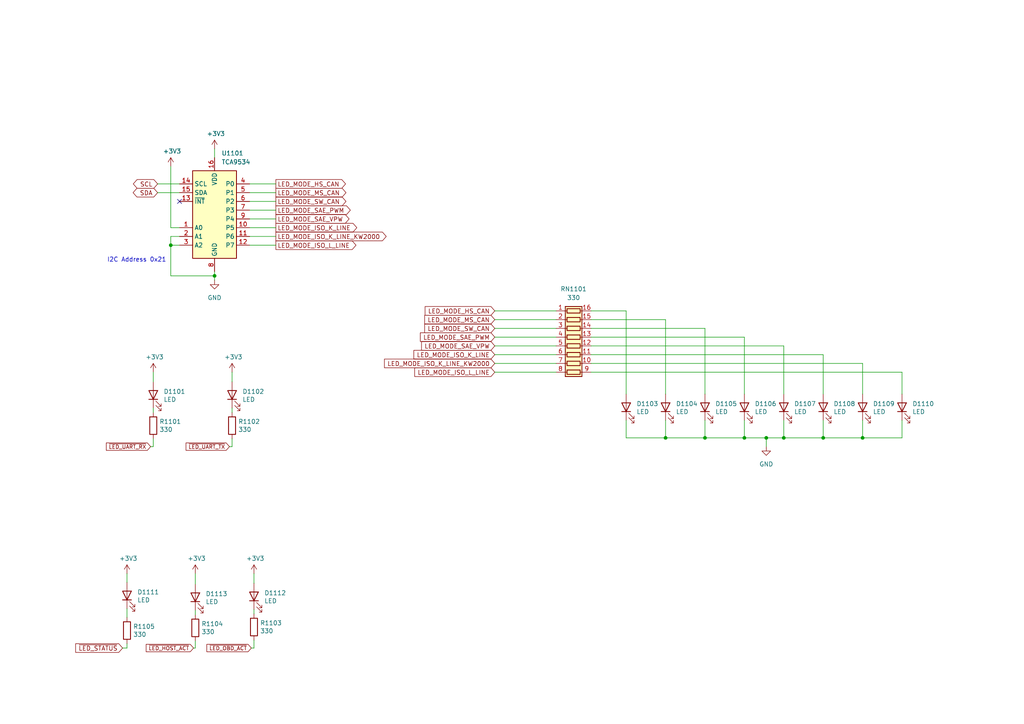
<source format=kicad_sch>
(kicad_sch (version 20211123) (generator eeschema)
  (paper "A4")
  (lib_symbols
    (symbol "Device:LED" (pin_numbers hide) (pin_names (offset 1.016) hide)
      (property "Reference" "D" (at 0 2.54 0))
      (property "Value" "LED" (at 0 -2.54 0))
      (symbol "LED_0_1"
        (polyline (pts (xy -1.27 -1.27) (xy -1.27 1.27)) (stroke (width 0.254)))
        (polyline (pts (xy -1.27 0) (xy 1.27 0)))
        (polyline (pts (xy 1.27 -1.27) (xy 1.27 1.27) (xy -1.27 0) (xy 1.27 -1.27)) (stroke (width 0.254)))
        (polyline (pts (xy -3.048 -0.762) (xy -4.572 -2.286) (xy -3.81 -2.286) (xy -4.572 -2.286) (xy -4.572 -1.524)))
        (polyline (pts (xy -1.778 -0.762) (xy -3.302 -2.286) (xy -2.54 -2.286) (xy -3.302 -2.286) (xy -3.302 -1.524)))
      )
      (symbol "LED_1_1"
        (pin passive line (at -3.81 0 0) (length 2.54) (name "K") (number "1"))
        (pin passive line (at 3.81 0 180) (length 2.54) (name "A") (number "2"))
      )
    )
    (symbol "Device:R" (pin_numbers hide) (pin_names (offset 0))
      (property "Reference" "R" (at 2.032 0 90))
      (property "Value" "R" (at 0 0 90))
      (symbol "R_0_1"
        (rectangle (start -1.016 -2.54) (end 1.016 2.54) (stroke (width 0.254)))
      )
      (symbol "R_1_1"
        (pin passive line (at 0 3.81 270) (length 1.27) (name "~") (number "1"))
        (pin passive line (at 0 -3.81 90) (length 1.27) (name "~") (number "2"))
      )
    )
    (symbol "Device:R_Pack08" (pin_names (offset 0) hide)
      (property "Reference" "RN" (at -12.7 0 90))
      (property "Value" "R_Pack08" (at 10.16 0 90))
      (symbol "R_Pack08_0_1"
        (rectangle (start -11.43 -2.413) (end 8.89 2.413) (stroke (width 0.254)) (fill (type background)))
        (rectangle (start -10.795 1.905) (end -9.525 -1.905) (stroke (width 0.254)))
        (rectangle (start -8.255 1.905) (end -6.985 -1.905) (stroke (width 0.254)))
        (rectangle (start -5.715 1.905) (end -4.445 -1.905) (stroke (width 0.254)))
        (rectangle (start -3.175 1.905) (end -1.905 -1.905) (stroke (width 0.254)))
        (rectangle (start -0.635 1.905) (end 0.635 -1.905) (stroke (width 0.254)))
        (polyline (pts (xy -10.16 -2.54) (xy -10.16 -1.905)))
        (polyline (pts (xy -10.16 1.905) (xy -10.16 2.54)))
        (polyline (pts (xy -7.62 -2.54) (xy -7.62 -1.905)))
        (polyline (pts (xy -7.62 1.905) (xy -7.62 2.54)))
        (polyline (pts (xy -5.08 -2.54) (xy -5.08 -1.905)))
        (polyline (pts (xy -5.08 1.905) (xy -5.08 2.54)))
        (polyline (pts (xy -2.54 -2.54) (xy -2.54 -1.905)))
        (polyline (pts (xy -2.54 1.905) (xy -2.54 2.54)))
        (polyline (pts (xy 0 -2.54) (xy 0 -1.905)))
        (polyline (pts (xy 0 1.905) (xy 0 2.54)))
        (polyline (pts (xy 2.54 -2.54) (xy 2.54 -1.905)))
        (polyline (pts (xy 2.54 1.905) (xy 2.54 2.54)))
        (polyline (pts (xy 5.08 -2.54) (xy 5.08 -1.905)))
        (polyline (pts (xy 5.08 1.905) (xy 5.08 2.54)))
        (polyline (pts (xy 7.62 -2.54) (xy 7.62 -1.905)))
        (polyline (pts (xy 7.62 1.905) (xy 7.62 2.54)))
        (rectangle (start 1.905 1.905) (end 3.175 -1.905) (stroke (width 0.254)))
        (rectangle (start 4.445 1.905) (end 5.715 -1.905) (stroke (width 0.254)))
        (rectangle (start 6.985 1.905) (end 8.255 -1.905) (stroke (width 0.254)))
      )
      (symbol "R_Pack08_1_1"
        (pin passive line (at -10.16 -5.08 90) (length 2.54) (name "R1.1") (number "1"))
        (pin passive line (at 5.08 5.08 270) (length 2.54) (name "R7.2") (number "10"))
        (pin passive line (at 2.54 5.08 270) (length 2.54) (name "R6.2") (number "11"))
        (pin passive line (at 0 5.08 270) (length 2.54) (name "R5.2") (number "12"))
        (pin passive line (at -2.54 5.08 270) (length 2.54) (name "R4.2") (number "13"))
        (pin passive line (at -5.08 5.08 270) (length 2.54) (name "R3.2") (number "14"))
        (pin passive line (at -7.62 5.08 270) (length 2.54) (name "R2.2") (number "15"))
        (pin passive line (at -10.16 5.08 270) (length 2.54) (name "R1.2") (number "16"))
        (pin passive line (at -7.62 -5.08 90) (length 2.54) (name "R2.1") (number "2"))
        (pin passive line (at -5.08 -5.08 90) (length 2.54) (name "R3.1") (number "3"))
        (pin passive line (at -2.54 -5.08 90) (length 2.54) (name "R4.1") (number "4"))
        (pin passive line (at 0 -5.08 90) (length 2.54) (name "R5.1") (number "5"))
        (pin passive line (at 2.54 -5.08 90) (length 2.54) (name "R6.1") (number "6"))
        (pin passive line (at 5.08 -5.08 90) (length 2.54) (name "R7.1") (number "7"))
        (pin passive line (at 7.62 -5.08 90) (length 2.54) (name "R8.1") (number "8"))
        (pin passive line (at 7.62 5.08 270) (length 2.54) (name "R8.2") (number "9"))
      )
    )
    (symbol "Interface_Expansion:TCA9534"
      (property "Reference" "U" (at -6.35 12.7 0))
      (property "Value" "TCA9534" (at 2.54 12.7 0))
      (symbol "TCA9534_0_1"
        (rectangle (start -6.35 -13.97) (end 6.35 11.43) (stroke (width 0.254)) (fill (type background)))
      )
      (symbol "TCA9534_1_1"
        (pin input line (at -10.16 -5.08 0) (length 3.81) (name "A0") (number "1"))
        (pin bidirectional line (at 10.16 -5.08 180) (length 3.81) (name "P5") (number "10"))
        (pin bidirectional line (at 10.16 -7.62 180) (length 3.81) (name "P6") (number "11"))
        (pin bidirectional line (at 10.16 -10.16 180) (length 3.81) (name "P7") (number "12"))
        (pin open_collector line (at -10.16 2.54 0) (length 3.81) (name "~{INT}") (number "13"))
        (pin input line (at -10.16 7.62 0) (length 3.81) (name "SCL") (number "14"))
        (pin bidirectional line (at -10.16 5.08 0) (length 3.81) (name "SDA") (number "15"))
        (pin power_in line (at 0 15.24 270) (length 3.81) (name "VDD") (number "16"))
        (pin input line (at -10.16 -7.62 0) (length 3.81) (name "A1") (number "2"))
        (pin input line (at -10.16 -10.16 0) (length 3.81) (name "A2") (number "3"))
        (pin bidirectional line (at 10.16 7.62 180) (length 3.81) (name "P0") (number "4"))
        (pin bidirectional line (at 10.16 5.08 180) (length 3.81) (name "P1") (number "5"))
        (pin bidirectional line (at 10.16 2.54 180) (length 3.81) (name "P2") (number "6"))
        (pin bidirectional line (at 10.16 0 180) (length 3.81) (name "P3") (number "7"))
        (pin power_in line (at 0 -17.78 90) (length 3.81) (name "GND") (number "8"))
        (pin bidirectional line (at 10.16 -2.54 180) (length 3.81) (name "P4") (number "9"))
      )
    )
    (symbol "power:+3V3" (power) (pin_names (offset 0))
      (property "Value" "+3V3" (at 0 3.556 0))
      (symbol "+3V3_0_1"
        (polyline (pts (xy -0.762 1.27) (xy 0 2.54)))
        (polyline (pts (xy 0 0) (xy 0 2.54)))
        (polyline (pts (xy 0 2.54) (xy 0.762 1.27)))
      )
      (symbol "+3V3_1_1"
        (pin power_in line (at 0 0 90) (length 0) hide (name "+3V3") (number "1"))
      )
    )
    (symbol "power:GND" (power) (pin_names (offset 0))
      (property "Value" "GND" (at 0 -3.81 0))
      (symbol "GND_0_1"
        (polyline (pts (xy 0 0) (xy 0 -1.27) (xy 1.27 -1.27) (xy 0 -2.54) (xy -1.27 -1.27) (xy 0 -1.27)))
      )
      (symbol "GND_1_1"
        (pin power_in line (at 0 0 270) (length 0) hide (name "GND") (number "1"))
      )
    )
  )
  (junction (at 250.19 127))
  (junction (at 215.9 127))
  (junction (at 62.23 80.01))
  (junction (at 222.25 127))
  (junction (at 238.76 127))
  (junction (at 193.04 127))
  (junction (at 49.53 71.12))
  (junction (at 227.33 127))
  (junction (at 204.47 127))
  (no_connect (at 52.07 58.42))
  (wire (pts (xy 227.33 127) (xy 238.76 127)))
  (wire (pts (xy 204.47 127) (xy 193.04 127)))
  (wire (pts (xy 44.45 119.634) (xy 44.45 118.364)))
  (wire (pts (xy 143.51 97.79) (xy 161.29 97.79)))
  (wire (pts (xy 72.39 71.12) (xy 80.01 71.12)))
  (wire (pts (xy 250.19 121.92) (xy 250.19 127)))
  (wire (pts (xy 250.19 105.41) (xy 250.19 114.3)))
  (wire (pts (xy 49.53 71.12) (xy 52.07 71.12)))
  (wire (pts (xy 215.9 97.79) (xy 215.9 114.3)))
  (wire (pts (xy 36.83 186.69) (xy 36.83 187.96)))
  (wire (pts (xy 56.642 166.37) (xy 56.642 169.418)))
  (wire (pts (xy 222.25 127) (xy 215.9 127)))
  (wire (pts (xy 171.45 102.87) (xy 238.76 102.87)))
  (wire (pts (xy 49.53 71.12) (xy 49.53 80.01)))
  (wire (pts (xy 143.51 95.25) (xy 161.29 95.25)))
  (wire (pts (xy 73.66 178.054) (xy 73.66 176.784)))
  (wire (pts (xy 73.66 166.37) (xy 73.66 169.164)))
  (wire (pts (xy 45.72 53.34) (xy 52.07 53.34)))
  (wire (pts (xy 49.53 66.04) (xy 49.53 48.26)))
  (wire (pts (xy 36.83 166.37) (xy 36.83 168.91)))
  (wire (pts (xy 52.07 66.04) (xy 49.53 66.04)))
  (wire (pts (xy 193.04 92.71) (xy 193.04 114.3)))
  (wire (pts (xy 204.47 95.25) (xy 204.47 114.3)))
  (wire (pts (xy 62.23 43.18) (xy 62.23 45.72)))
  (wire (pts (xy 181.61 121.92) (xy 181.61 127)))
  (wire (pts (xy 56.134 187.96) (xy 56.642 187.96)))
  (wire (pts (xy 49.53 68.58) (xy 49.53 71.12)))
  (wire (pts (xy 43.688 129.54) (xy 44.45 129.54)))
  (wire (pts (xy 238.76 121.92) (xy 238.76 127)))
  (wire (pts (xy 56.642 178.308) (xy 56.642 177.038)))
  (wire (pts (xy 171.45 105.41) (xy 250.19 105.41)))
  (wire (pts (xy 45.72 55.88) (xy 52.07 55.88)))
  (wire (pts (xy 171.45 107.95) (xy 261.62 107.95)))
  (wire (pts (xy 250.19 127) (xy 261.62 127)))
  (wire (pts (xy 193.04 121.92) (xy 193.04 127)))
  (wire (pts (xy 44.45 107.95) (xy 44.45 110.744)))
  (wire (pts (xy 72.39 66.04) (xy 80.01 66.04)))
  (wire (pts (xy 215.9 121.92) (xy 215.9 127)))
  (wire (pts (xy 261.62 121.92) (xy 261.62 127)))
  (wire (pts (xy 181.61 90.17) (xy 181.61 114.3)))
  (wire (pts (xy 67.31 119.634) (xy 67.31 118.364)))
  (wire (pts (xy 261.62 107.95) (xy 261.62 114.3)))
  (wire (pts (xy 171.45 100.33) (xy 227.33 100.33)))
  (wire (pts (xy 44.45 129.54) (xy 44.45 127.254)))
  (wire (pts (xy 72.39 55.88) (xy 80.01 55.88)))
  (wire (pts (xy 204.47 121.92) (xy 204.47 127)))
  (wire (pts (xy 193.04 127) (xy 181.61 127)))
  (wire (pts (xy 171.45 95.25) (xy 204.47 95.25)))
  (wire (pts (xy 49.53 68.58) (xy 52.07 68.58)))
  (wire (pts (xy 72.39 53.34) (xy 80.01 53.34)))
  (wire (pts (xy 171.45 90.17) (xy 181.61 90.17)))
  (wire (pts (xy 49.53 80.01) (xy 62.23 80.01)))
  (wire (pts (xy 238.76 127) (xy 250.19 127)))
  (wire (pts (xy 143.51 107.95) (xy 161.29 107.95)))
  (wire (pts (xy 227.33 121.92) (xy 227.33 127)))
  (wire (pts (xy 171.45 97.79) (xy 215.9 97.79)))
  (wire (pts (xy 67.31 107.95) (xy 67.31 110.744)))
  (wire (pts (xy 227.33 100.33) (xy 227.33 114.3)))
  (wire (pts (xy 222.25 129.54) (xy 222.25 127)))
  (wire (pts (xy 72.898 187.96) (xy 73.66 187.96)))
  (wire (pts (xy 62.23 78.74) (xy 62.23 80.01)))
  (wire (pts (xy 72.39 60.96) (xy 80.01 60.96)))
  (wire (pts (xy 222.25 127) (xy 227.33 127)))
  (wire (pts (xy 72.39 68.58) (xy 80.01 68.58)))
  (wire (pts (xy 56.642 187.96) (xy 56.642 185.928)))
  (wire (pts (xy 143.51 105.41) (xy 161.29 105.41)))
  (wire (pts (xy 62.23 80.01) (xy 62.23 81.28)))
  (wire (pts (xy 143.51 90.17) (xy 161.29 90.17)))
  (wire (pts (xy 171.45 92.71) (xy 193.04 92.71)))
  (wire (pts (xy 66.548 129.54) (xy 67.31 129.54)))
  (wire (pts (xy 143.51 102.87) (xy 161.29 102.87)))
  (wire (pts (xy 67.31 129.54) (xy 67.31 127.254)))
  (wire (pts (xy 72.39 63.5) (xy 80.01 63.5)))
  (wire (pts (xy 36.83 187.96) (xy 35.56 187.96)))
  (wire (pts (xy 143.51 100.33) (xy 161.29 100.33)))
  (wire (pts (xy 215.9 127) (xy 204.47 127)))
  (wire (pts (xy 72.39 58.42) (xy 80.01 58.42)))
  (wire (pts (xy 36.83 176.53) (xy 36.83 179.07)))
  (wire (pts (xy 73.66 187.96) (xy 73.66 185.674)))
  (wire (pts (xy 143.51 92.71) (xy 161.29 92.71)))
  (wire (pts (xy 238.76 102.87) (xy 238.76 114.3)))
  (text "I2C Address 0x21" (at 48.26 76.2 180) (effects (font (size 1.27 1.27)) (justify right bottom)))
  (global_label "LED_MODE_HS_CAN" (shape input) (at 143.51 90.17 180) (property "Intersheet References" "${INTERSHEET_REFS}" (effects hide)))
  (global_label "LED_MODE_SAE_VPW" (shape input) (at 143.51 100.33 180) (property "Intersheet References" "${INTERSHEET_REFS}" (effects hide)))
  (global_label "SCL" (shape bidirectional) (at 45.72 53.34 180) (property "Intersheet References" "${INTERSHEET_REFS}" (effects hide)))
  (global_label "LED_MODE_ISO_K_LINE" (shape output) (at 80.01 66.04 0) (property "Intersheet References" "${INTERSHEET_REFS}" (effects hide)))
  (global_label "LED_MODE_SW_CAN" (shape input) (at 143.51 95.25 180) (property "Intersheet References" "${INTERSHEET_REFS}" (effects hide)))
  (global_label "LED_MODE_ISO_L_LINE" (shape output) (at 80.01 71.12 0) (property "Intersheet References" "${INTERSHEET_REFS}" (effects hide)))
  (global_label "LED_MODE_ISO_K_LINE_KW2000" (shape input) (at 143.51 105.41 180) (property "Intersheet References" "${INTERSHEET_REFS}" (effects hide)))
  (global_label "LED_MODE_ISO_L_LINE" (shape input) (at 143.51 107.95 180) (property "Intersheet References" "${INTERSHEET_REFS}" (effects hide)))
  (global_label "LED_MODE_SAE_VPW" (shape output) (at 80.01 63.5 0) (property "Intersheet References" "${INTERSHEET_REFS}" (effects hide)))
  (global_label "~{LED_UART_RX}" (shape input) (at 43.688 129.54 180) (effects (font (size 1.0922 1.0922))) (property "Intersheet References" "${INTERSHEET_REFS}" (effects hide)))
  (global_label "LED_MODE_SAE_PWM" (shape input) (at 143.51 97.79 180) (property "Intersheet References" "${INTERSHEET_REFS}" (effects hide)))
  (global_label "~{LED_OBD_ACT}" (shape input) (at 72.898 187.96 180) (effects (font (size 1.0922 1.0922))) (property "Intersheet References" "${INTERSHEET_REFS}" (effects hide)))
  (global_label "LED_MODE_MS_CAN" (shape output) (at 80.01 55.88 0) (property "Intersheet References" "${INTERSHEET_REFS}" (effects hide)))
  (global_label "~{LED_UART_TX}" (shape input) (at 66.548 129.54 180) (effects (font (size 1.0922 1.0922))) (property "Intersheet References" "${INTERSHEET_REFS}" (effects hide)))
  (global_label "SDA" (shape bidirectional) (at 45.72 55.88 180) (property "Intersheet References" "${INTERSHEET_REFS}" (effects hide)))
  (global_label "~{LED_HOST_ACT}" (shape input) (at 56.134 187.96 180) (effects (font (size 1.0922 1.0922))) (property "Intersheet References" "${INTERSHEET_REFS}" (effects hide)))
  (global_label "LED_MODE_SW_CAN" (shape output) (at 80.01 58.42 0) (property "Intersheet References" "${INTERSHEET_REFS}" (effects hide)))
  (global_label "LED_MODE_ISO_K_LINE" (shape input) (at 143.51 102.87 180) (property "Intersheet References" "${INTERSHEET_REFS}" (effects hide)))
  (global_label "~{LED_STATUS}" (shape input) (at 35.56 187.96 180) (property "Intersheet References" "${INTERSHEET_REFS}" (effects hide)))
  (global_label "LED_MODE_SAE_PWM" (shape output) (at 80.01 60.96 0) (property "Intersheet References" "${INTERSHEET_REFS}" (effects hide)))
  (global_label "LED_MODE_ISO_K_LINE_KW2000" (shape output) (at 80.01 68.58 0) (property "Intersheet References" "${INTERSHEET_REFS}" (effects hide)))
  (global_label "LED_MODE_HS_CAN" (shape output) (at 80.01 53.34 0) (property "Intersheet References" "${INTERSHEET_REFS}" (effects hide)))
  (global_label "LED_MODE_MS_CAN" (shape input) (at 143.51 92.71 180) (property "Intersheet References" "${INTERSHEET_REFS}" (effects hide)))
  (symbol (lib_id "Device:LED") (at 261.62 118.11 90) (unit 1)
    (property "Reference" "D1110" (at 264.6172 117.1194 90) (effects (justify right)))
    (property "Value" "LED" (at 264.6172 119.4308 90) (effects (justify right)))
    (property "Footprint" "LED_SMD:LED_0805_2012Metric_Pad1.15x1.40mm_HandSolder" (effects hide))
  )
  (symbol (lib_id "Device:R") (at 56.642 182.118 0) (unit 1)
    (property "Reference" "R1104" (at 58.42 180.9496 0) (effects (justify left)))
    (property "Value" "330" (at 58.42 183.261 0) (effects (justify left)))
    (property "Footprint" "Resistor_SMD:R_0805_2012Metric_Pad1.20x1.40mm_HandSolder" (effects hide))
  )
  (symbol (lib_id "power:+3V3") (at 44.45 107.95 0) (unit 1)
    (property "Reference" "#PWR01104" (effects hide))
    (property "Value" "+3V3" (at 44.831 103.5558 0))
  )
  (symbol (lib_id "Device:LED") (at 238.76 118.11 90) (unit 1)
    (property "Reference" "D1108" (at 241.7572 117.1194 90) (effects (justify right)))
    (property "Value" "LED" (at 241.7572 119.4308 90) (effects (justify right)))
    (property "Footprint" "LED_SMD:LED_0805_2012Metric_Pad1.15x1.40mm_HandSolder" (effects hide))
  )
  (symbol (lib_id "Device:R") (at 36.83 182.88 0) (unit 1)
    (property "Reference" "R1105" (at 38.608 181.7116 0) (effects (justify left)))
    (property "Value" "330" (at 38.608 184.023 0) (effects (justify left)))
    (property "Footprint" "Resistor_SMD:R_0805_2012Metric_Pad1.20x1.40mm_HandSolder" (effects hide))
  )
  (symbol (lib_id "Device:LED") (at 44.45 114.554 90) (unit 1)
    (property "Reference" "D1101" (at 47.4472 113.5634 90) (effects (justify right)))
    (property "Value" "LED" (at 47.4472 115.8748 90) (effects (justify right)))
    (property "Footprint" "LED_SMD:LED_0805_2012Metric_Pad1.15x1.40mm_HandSolder" (effects hide))
  )
  (symbol (lib_id "power:+3V3") (at 56.642 166.37 0) (unit 1)
    (property "Reference" "#PWR01108" (effects hide))
    (property "Value" "+3V3" (at 57.023 161.9758 0))
  )
  (symbol (lib_id "Device:LED") (at 36.83 172.72 90) (unit 1)
    (property "Reference" "D1111" (at 39.8272 171.7294 90) (effects (justify right)))
    (property "Value" "LED" (at 39.8272 174.0408 90) (effects (justify right)))
    (property "Footprint" "LED_SMD:LED_0805_2012Metric_Pad1.15x1.40mm_HandSolder" (effects hide))
  )
  (symbol (lib_id "power:+3V3") (at 62.23 43.18 0) (unit 1)
    (property "Reference" "#PWR01101" (effects hide))
    (property "Value" "+3V3" (at 62.611 38.7858 0))
  )
  (symbol (lib_id "Device:LED") (at 204.47 118.11 90) (unit 1)
    (property "Reference" "D1105" (at 207.4672 117.1194 90) (effects (justify right)))
    (property "Value" "LED" (at 207.4672 119.4308 90) (effects (justify right)))
    (property "Footprint" "LED_SMD:LED_0805_2012Metric_Pad1.15x1.40mm_HandSolder" (effects hide))
  )
  (symbol (lib_id "Device:R") (at 44.45 123.444 0) (unit 1)
    (property "Reference" "R1101" (at 46.228 122.2756 0) (effects (justify left)))
    (property "Value" "330" (at 46.228 124.587 0) (effects (justify left)))
    (property "Footprint" "Resistor_SMD:R_0805_2012Metric_Pad1.20x1.40mm_HandSolder" (effects hide))
  )
  (symbol (lib_id "Device:R_Pack08") (at 166.37 100.33 270) (unit 1)
    (property "Reference" "RN1101" (at 166.37 83.82 90))
    (property "Value" "330" (at 166.37 86.36 90))
    (property "Footprint" "Resistor_SMD:R_Array_Convex_8x0602" (effects hide))
  )
  (symbol (lib_id "Device:LED") (at 181.61 118.11 90) (unit 1)
    (property "Reference" "D1103" (at 184.6072 117.1194 90) (effects (justify right)))
    (property "Value" "LED" (at 184.6072 119.4308 90) (effects (justify right)))
    (property "Footprint" "LED_SMD:LED_0805_2012Metric_Pad1.15x1.40mm_HandSolder" (effects hide))
  )
  (symbol (lib_id "power:+3V3") (at 67.31 107.95 0) (unit 1)
    (property "Reference" "#PWR01105" (effects hide))
    (property "Value" "+3V3" (at 67.691 103.5558 0))
  )
  (symbol (lib_id "Device:LED") (at 227.33 118.11 90) (unit 1)
    (property "Reference" "D1107" (at 230.3272 117.1194 90) (effects (justify right)))
    (property "Value" "LED" (at 230.3272 119.4308 90) (effects (justify right)))
    (property "Footprint" "LED_SMD:LED_0805_2012Metric_Pad1.15x1.40mm_HandSolder" (effects hide))
  )
  (symbol (lib_id "Device:LED") (at 250.19 118.11 90) (unit 1)
    (property "Reference" "D1109" (at 253.1872 117.1194 90) (effects (justify right)))
    (property "Value" "LED" (at 253.1872 119.4308 90) (effects (justify right)))
    (property "Footprint" "LED_SMD:LED_0805_2012Metric_Pad1.15x1.40mm_HandSolder" (effects hide))
  )
  (symbol (lib_id "power:+3V3") (at 36.83 166.37 0) (unit 1)
    (property "Reference" "#PWR01107" (effects hide))
    (property "Value" "+3V3" (at 37.211 161.9758 0))
  )
  (symbol (lib_id "Device:LED") (at 56.642 173.228 90) (unit 1)
    (property "Reference" "D1113" (at 59.6392 172.2374 90) (effects (justify right)))
    (property "Value" "LED" (at 59.6392 174.5488 90) (effects (justify right)))
    (property "Footprint" "LED_SMD:LED_0805_2012Metric_Pad1.15x1.40mm_HandSolder" (effects hide))
  )
  (symbol (lib_id "power:+3V3") (at 49.53 48.26 0) (unit 1)
    (property "Reference" "#PWR01102" (effects hide))
    (property "Value" "+3V3" (at 49.911 43.8658 0))
  )
  (symbol (lib_id "Device:R") (at 73.66 181.864 0) (unit 1)
    (property "Reference" "R1103" (at 75.438 180.6956 0) (effects (justify left)))
    (property "Value" "330" (at 75.438 183.007 0) (effects (justify left)))
    (property "Footprint" "Resistor_SMD:R_0805_2012Metric_Pad1.20x1.40mm_HandSolder" (effects hide))
  )
  (symbol (lib_id "power:+3V3") (at 73.66 166.37 0) (unit 1)
    (property "Reference" "#PWR01109" (effects hide))
    (property "Value" "+3V3" (at 74.041 161.9758 0))
  )
  (symbol (lib_id "Device:LED") (at 67.31 114.554 90) (unit 1)
    (property "Reference" "D1102" (at 70.3072 113.5634 90) (effects (justify right)))
    (property "Value" "LED" (at 70.3072 115.8748 90) (effects (justify right)))
    (property "Footprint" "LED_SMD:LED_0805_2012Metric_Pad1.15x1.40mm_HandSolder" (effects hide))
  )
  (symbol (lib_id "power:GND") (at 62.23 81.28 0) (unit 1)
    (property "Reference" "#PWR01103" (effects hide))
    (property "Value" "GND" (at 62.23 86.36 0))
  )
  (symbol (lib_id "Device:LED") (at 215.9 118.11 90) (unit 1)
    (property "Reference" "D1106" (at 218.8972 117.1194 90) (effects (justify right)))
    (property "Value" "LED" (at 218.8972 119.4308 90) (effects (justify right)))
    (property "Footprint" "LED_SMD:LED_0805_2012Metric_Pad1.15x1.40mm_HandSolder" (effects hide))
  )
  (symbol (lib_id "Device:LED") (at 193.04 118.11 90) (unit 1)
    (property "Reference" "D1104" (at 196.0372 117.1194 90) (effects (justify right)))
    (property "Value" "LED" (at 196.0372 119.4308 90) (effects (justify right)))
    (property "Footprint" "LED_SMD:LED_0805_2012Metric_Pad1.15x1.40mm_HandSolder" (effects hide))
  )
  (symbol (lib_id "power:GND") (at 222.25 129.54 0) (unit 1)
    (property "Reference" "#PWR01106" (effects hide))
    (property "Value" "GND" (at 222.25 134.62 0))
  )
  (symbol (lib_id "Interface_Expansion:TCA9534") (at 62.23 60.96 0) (unit 1)
    (property "Reference" "U1101" (at 64.2494 44.45 0) (effects (justify left)))
    (property "Value" "TCA9534" (at 64.2494 46.99 0) (effects (justify left)))
    (property "Footprint" "Package_SO:TSSOP-16_4.4x5mm_P0.65mm" (effects hide))
    (property "Datasheet" "http://www.ti.com/lit/ds/symlink/tca9534.pdf" (effects hide))
  )
  (symbol (lib_id "Device:LED") (at 73.66 172.974 90) (unit 1)
    (property "Reference" "D1112" (at 76.6572 171.9834 90) (effects (justify right)))
    (property "Value" "LED" (at 76.6572 174.2948 90) (effects (justify right)))
    (property "Footprint" "LED_SMD:LED_0805_2012Metric_Pad1.15x1.40mm_HandSolder" (effects hide))
  )
  (symbol (lib_id "Device:R") (at 67.31 123.444 0) (unit 1)
    (property "Reference" "R1102" (at 69.088 122.2756 0) (effects (justify left)))
    (property "Value" "330" (at 69.088 124.587 0) (effects (justify left)))
    (property "Footprint" "Resistor_SMD:R_0805_2012Metric_Pad1.20x1.40mm_HandSolder" (effects hide))
  )
)
</source>
